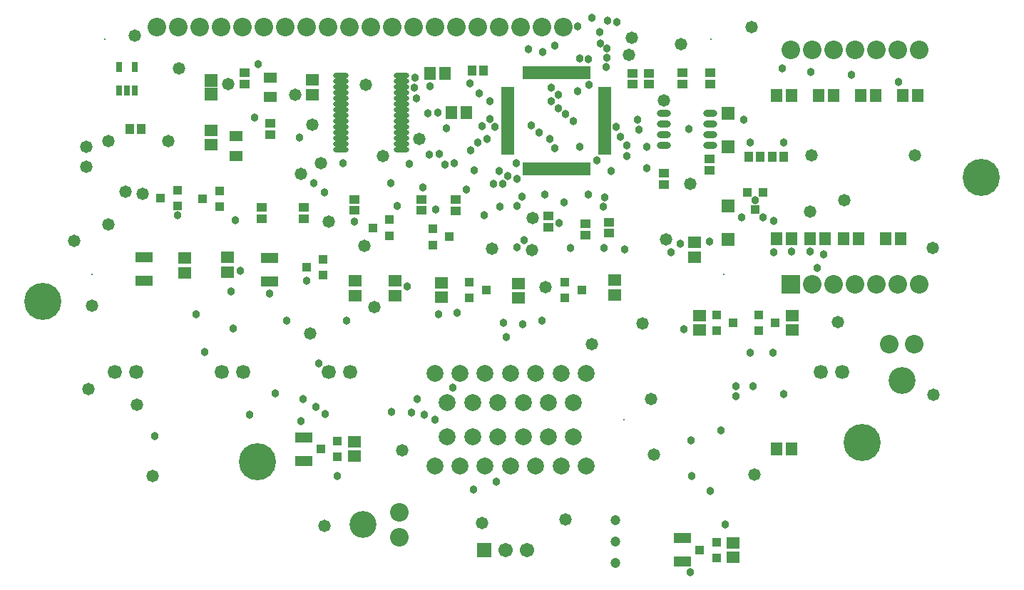
<source format=gbr>
%TF.GenerationSoftware,Altium Limited,Altium Designer,18.1.9 (240)*%
G04 Layer_Color=16711935*
%FSLAX26Y26*%
%MOIN*%
%TF.FileFunction,Soldermask,Bot*%
%TF.Part,Single*%
G01*
G75*
%TA.AperFunction,SMDPad,CuDef*%
%ADD58R,0.039496X0.043433*%
%ADD59R,0.043433X0.039496*%
%ADD60R,0.061150X0.053276*%
%ADD61O,0.065087X0.031622*%
%ADD62R,0.053276X0.061150*%
%ADD63R,0.063118X0.059181*%
%ADD64R,0.047370X0.043433*%
%ADD65R,0.045402X0.041465*%
%ADD66R,0.059181X0.051307*%
%ADD67R,0.043433X0.047370*%
%ADD68O,0.072961X0.027685*%
%ADD69R,0.031622X0.047370*%
%ADD70R,0.078866X0.047370*%
%ADD71R,0.061150X0.019811*%
%ADD72R,0.019811X0.061150*%
%ADD73R,0.041465X0.045402*%
%TA.AperFunction,ComponentPad*%
%ADD74R,0.063118X0.063118*%
%ADD75C,0.008000*%
%ADD76C,0.086740*%
%ADD77C,0.078866*%
%ADD78C,0.066268*%
%TA.AperFunction,ViaPad*%
%ADD79C,0.173354*%
%TA.AperFunction,ComponentPad*%
%ADD80C,0.126110*%
%ADD81R,0.086740X0.086740*%
%ADD82C,0.047370*%
%ADD83R,0.067055X0.067055*%
%ADD84C,0.067055*%
%TA.AperFunction,ViaPad*%
%ADD85C,0.038000*%
%ADD86C,0.058000*%
D58*
X3488189Y1358268D02*
D03*
X3525590Y1437008D02*
D03*
X3450787D02*
D03*
D59*
X905512Y1407480D02*
D03*
X984252Y1370079D02*
D03*
Y1444882D02*
D03*
X2059055Y1228740D02*
D03*
X1980315Y1266142D02*
D03*
Y1191339D02*
D03*
X3307087Y-198819D02*
D03*
Y-273622D02*
D03*
X3228347Y-236220D02*
D03*
X1779528Y1309055D02*
D03*
Y1234252D02*
D03*
X1700787Y1271653D02*
D03*
X3307087Y789370D02*
D03*
Y864173D02*
D03*
X3385827Y826772D02*
D03*
X1535433Y273622D02*
D03*
Y198819D02*
D03*
X1456693Y236220D02*
D03*
X1468504Y1124016D02*
D03*
Y1049213D02*
D03*
X1389764Y1086614D02*
D03*
X3503937Y789370D02*
D03*
Y864173D02*
D03*
X3582677Y826772D02*
D03*
X787402Y1446850D02*
D03*
Y1372047D02*
D03*
X708661Y1409449D02*
D03*
X2598425Y942913D02*
D03*
Y1017716D02*
D03*
X2677165Y980315D02*
D03*
X2152913Y942913D02*
D03*
Y1017716D02*
D03*
X2231654Y980315D02*
D03*
D60*
X944882Y1727362D02*
D03*
Y1658465D02*
D03*
X3206245Y1203740D02*
D03*
Y1134842D02*
D03*
X1417323Y1963583D02*
D03*
Y1894685D02*
D03*
X3661417Y792323D02*
D03*
Y861221D02*
D03*
X1803150Y954724D02*
D03*
Y1023622D02*
D03*
X2019685Y945866D02*
D03*
Y1014764D02*
D03*
X3228347Y792323D02*
D03*
Y861221D02*
D03*
X3385827Y-270669D02*
D03*
Y-201772D02*
D03*
X2830709Y957677D02*
D03*
Y1026575D02*
D03*
X2381890Y941929D02*
D03*
Y1010827D02*
D03*
X822835Y1060039D02*
D03*
Y1128937D02*
D03*
X1019685Y1132874D02*
D03*
Y1063976D02*
D03*
X1618110Y953740D02*
D03*
Y1022638D02*
D03*
X1614173Y201772D02*
D03*
Y270669D02*
D03*
D61*
X3276575Y1806773D02*
D03*
Y1756773D02*
D03*
Y1706773D02*
D03*
Y1656773D02*
D03*
X3062008Y1806773D02*
D03*
Y1756773D02*
D03*
Y1706773D02*
D03*
Y1656773D02*
D03*
D62*
X2136811Y1811024D02*
D03*
X2067913D02*
D03*
X3971457Y1220472D02*
D03*
X3902559D02*
D03*
X3587598Y1889764D02*
D03*
X3656496D02*
D03*
X1969488Y1992126D02*
D03*
X2038386D02*
D03*
X3587599Y236220D02*
D03*
X3656496D02*
D03*
X3813976Y1220472D02*
D03*
X3745079D02*
D03*
X3587599D02*
D03*
X3656496D02*
D03*
X4050197Y1889764D02*
D03*
X3981299D02*
D03*
X4247047D02*
D03*
X4178150D02*
D03*
X4099409Y1220472D02*
D03*
X4168307D02*
D03*
X3853347Y1889764D02*
D03*
X3784449D02*
D03*
D63*
X944882Y1960630D02*
D03*
Y1897638D02*
D03*
D64*
X2086614Y1404528D02*
D03*
Y1351378D02*
D03*
X1181102Y1312008D02*
D03*
Y1365158D02*
D03*
X1377953Y1312008D02*
D03*
Y1365158D02*
D03*
X1220472Y1758858D02*
D03*
Y1705709D02*
D03*
X1102362Y1941929D02*
D03*
Y1995079D02*
D03*
X2695147Y1237205D02*
D03*
Y1290354D02*
D03*
X2803150Y1245079D02*
D03*
Y1298228D02*
D03*
X2521417Y1272638D02*
D03*
Y1325787D02*
D03*
X3062992Y1473425D02*
D03*
Y1526575D02*
D03*
X3279528Y1941929D02*
D03*
Y1995079D02*
D03*
X3149606Y1941929D02*
D03*
Y1995079D02*
D03*
D65*
X1614173Y1403543D02*
D03*
Y1352362D02*
D03*
X1929134Y1403543D02*
D03*
Y1352362D02*
D03*
X3275591Y1592520D02*
D03*
Y1541339D02*
D03*
X2913386Y1994094D02*
D03*
Y1942913D02*
D03*
X2992126Y1994094D02*
D03*
Y1942913D02*
D03*
D66*
X1220472Y1883858D02*
D03*
Y1974409D02*
D03*
X1062992Y1698819D02*
D03*
Y1608268D02*
D03*
D67*
X2165709Y2007874D02*
D03*
X2218858D02*
D03*
X617126Y1732284D02*
D03*
X563976D02*
D03*
D68*
X1835630Y1984016D02*
D03*
Y1957401D02*
D03*
Y1930787D02*
D03*
Y1904173D02*
D03*
Y1877559D02*
D03*
Y1850945D02*
D03*
Y1824331D02*
D03*
Y1797716D02*
D03*
Y1771102D02*
D03*
Y1744488D02*
D03*
Y1717874D02*
D03*
Y1691260D02*
D03*
Y1664646D02*
D03*
Y1638031D02*
D03*
X1550197Y1984016D02*
D03*
Y1957401D02*
D03*
Y1930787D02*
D03*
Y1904173D02*
D03*
Y1877559D02*
D03*
Y1850945D02*
D03*
Y1824331D02*
D03*
Y1797716D02*
D03*
Y1771102D02*
D03*
Y1744488D02*
D03*
Y1717874D02*
D03*
Y1691260D02*
D03*
Y1664646D02*
D03*
Y1638031D02*
D03*
D69*
X588583Y1914370D02*
D03*
X551181D02*
D03*
X513780D02*
D03*
Y2022638D02*
D03*
X588583D02*
D03*
D70*
X3149606Y-291339D02*
D03*
Y-181102D02*
D03*
X1377953Y181102D02*
D03*
Y291339D02*
D03*
X629921Y1023622D02*
D03*
Y1133858D02*
D03*
X1216535Y1019685D02*
D03*
Y1129921D02*
D03*
D71*
X2785433Y1624016D02*
D03*
Y1643701D02*
D03*
Y1663386D02*
D03*
Y1683071D02*
D03*
Y1702756D02*
D03*
Y1722441D02*
D03*
Y1742126D02*
D03*
Y1761811D02*
D03*
Y1781496D02*
D03*
Y1801181D02*
D03*
Y1820866D02*
D03*
Y1840551D02*
D03*
Y1860236D02*
D03*
Y1879921D02*
D03*
Y1899606D02*
D03*
Y1919291D02*
D03*
X2332677D02*
D03*
Y1899606D02*
D03*
Y1879921D02*
D03*
Y1860236D02*
D03*
Y1840551D02*
D03*
Y1820866D02*
D03*
Y1801181D02*
D03*
Y1781496D02*
D03*
Y1761811D02*
D03*
Y1742126D02*
D03*
Y1722441D02*
D03*
Y1702756D02*
D03*
Y1683071D02*
D03*
Y1663386D02*
D03*
Y1643701D02*
D03*
Y1624016D02*
D03*
D72*
X2706693Y1998031D02*
D03*
X2687008D02*
D03*
X2667323D02*
D03*
X2647638D02*
D03*
X2627953D02*
D03*
X2608268D02*
D03*
X2588583D02*
D03*
X2568898D02*
D03*
X2549213D02*
D03*
X2529528D02*
D03*
X2509843D02*
D03*
X2490157D02*
D03*
X2470472D02*
D03*
X2450787D02*
D03*
X2431102D02*
D03*
X2411417D02*
D03*
Y1545275D02*
D03*
X2431102D02*
D03*
X2450787D02*
D03*
X2470472D02*
D03*
X2490157D02*
D03*
X2509843D02*
D03*
X2529528D02*
D03*
X2549213D02*
D03*
X2568898D02*
D03*
X2588583D02*
D03*
X2608268D02*
D03*
X2627953D02*
D03*
X2647638D02*
D03*
X2667323D02*
D03*
X2687008D02*
D03*
X2706693D02*
D03*
D73*
X3509843Y1602362D02*
D03*
X3458661D02*
D03*
X3620079D02*
D03*
X3568898D02*
D03*
D74*
X3361614Y1650394D02*
D03*
Y1374803D02*
D03*
Y1217323D02*
D03*
Y1807874D02*
D03*
D75*
X389173Y1051968D02*
D03*
X3341929D02*
D03*
X3282874Y2154331D02*
D03*
X448228D02*
D03*
X2875748Y373425D02*
D03*
D76*
X2592323Y2209449D02*
D03*
X2492323D02*
D03*
X2392323D02*
D03*
X2292323D02*
D03*
X2192323D02*
D03*
X2092323D02*
D03*
X1992323D02*
D03*
X1892323D02*
D03*
X1792323D02*
D03*
X1692323D02*
D03*
X1592323D02*
D03*
X1492323D02*
D03*
X1392323D02*
D03*
X1292323D02*
D03*
X1192323D02*
D03*
X1092323D02*
D03*
X992323D02*
D03*
X892323D02*
D03*
X792323D02*
D03*
X692323D02*
D03*
X4232283Y725197D02*
D03*
X4114173D02*
D03*
X1823622Y-177165D02*
D03*
Y-59055D02*
D03*
X3754449Y1005512D02*
D03*
X3854449D02*
D03*
X3954449D02*
D03*
X4054449D02*
D03*
X4154449D02*
D03*
X4254449D02*
D03*
Y2103937D02*
D03*
X4154449D02*
D03*
X4054449D02*
D03*
X3954449D02*
D03*
X3854449D02*
D03*
X3754449D02*
D03*
X3654449D02*
D03*
D77*
X1989921Y156890D02*
D03*
X2108032D02*
D03*
X2226142D02*
D03*
X2344252D02*
D03*
X2462362D02*
D03*
X2580472D02*
D03*
X2698583D02*
D03*
X2048976Y294685D02*
D03*
X2167087D02*
D03*
X2285197D02*
D03*
X2403307D02*
D03*
X2521417D02*
D03*
X2639528D02*
D03*
X2048976Y452165D02*
D03*
X2167087D02*
D03*
X2285197D02*
D03*
X2403307D02*
D03*
X2521417D02*
D03*
X2639528D02*
D03*
X1989921Y589961D02*
D03*
X2108032D02*
D03*
X2226142D02*
D03*
X2344252D02*
D03*
X2462362D02*
D03*
X2580472D02*
D03*
X2698583D02*
D03*
D78*
X3795984Y597362D02*
D03*
X3895984D02*
D03*
X1595984D02*
D03*
X1495984D02*
D03*
X1095984D02*
D03*
X995984D02*
D03*
X595984D02*
D03*
X495984D02*
D03*
D79*
X4543307Y1507874D02*
D03*
X1161614Y178150D02*
D03*
X158661Y928228D02*
D03*
X3987008Y266142D02*
D03*
D80*
X4173228Y555118D02*
D03*
X1653543Y-118110D02*
D03*
D81*
X3654449Y1005512D02*
D03*
D82*
X2834646Y-196850D02*
D03*
Y-96850D02*
D03*
Y-296850D02*
D03*
D83*
X2222835Y-236220D02*
D03*
D84*
X2322835D02*
D03*
X2422835D02*
D03*
D85*
X2153347Y1945433D02*
D03*
X3488621Y1398642D02*
D03*
X1476249Y1437008D02*
D03*
X2370074Y1574800D02*
D03*
X1880229Y406481D02*
D03*
X1244094Y496063D02*
D03*
X913386Y688976D02*
D03*
X3137795Y1195507D02*
D03*
X3275591Y1207399D02*
D03*
X2012796Y1615618D02*
D03*
X1814961Y1372695D02*
D03*
X1993519Y1358268D02*
D03*
X2139577Y1451526D02*
D03*
X1357072Y1692913D02*
D03*
X1149606Y1787402D02*
D03*
X1057721Y1308164D02*
D03*
X2551890Y2124685D02*
D03*
X2669286Y2062988D02*
D03*
X2429134Y2106299D02*
D03*
X2571089Y1293802D02*
D03*
X2781152Y1177483D02*
D03*
X2626142Y1178010D02*
D03*
X3476378Y531496D02*
D03*
X3620079Y492126D02*
D03*
X3346457Y-118110D02*
D03*
X3327802Y322835D02*
D03*
X3188976Y275591D02*
D03*
X3192913Y110236D02*
D03*
X3276386Y39559D02*
D03*
X3185039Y-338583D02*
D03*
X1578740Y837142D02*
D03*
X1299213D02*
D03*
X1448228Y637795D02*
D03*
X1389764Y1023622D02*
D03*
X787402Y1328740D02*
D03*
X1425197Y1480315D02*
D03*
X1082677Y1070866D02*
D03*
X2074213Y524212D02*
D03*
X2094042Y874016D02*
D03*
X1787402Y409449D02*
D03*
X1614173Y1299213D02*
D03*
X1216535Y964567D02*
D03*
X1047244Y799213D02*
D03*
X1037402Y974409D02*
D03*
X874016Y866142D02*
D03*
X1125984Y397638D02*
D03*
X3397638Y484252D02*
D03*
X1535433Y110236D02*
D03*
X3397638Y531496D02*
D03*
X3572047Y685039D02*
D03*
X3464567D02*
D03*
X2007874Y866142D02*
D03*
X1909449Y468504D02*
D03*
X1365551Y365551D02*
D03*
X1433071Y433071D02*
D03*
X1476378Y401575D02*
D03*
X1374016Y468504D02*
D03*
X2323036Y759842D02*
D03*
X2311023Y826772D02*
D03*
X2279528Y82677D02*
D03*
X2170514Y47244D02*
D03*
X1862205Y996063D02*
D03*
X1933071Y1459884D02*
D03*
X3656496Y1159449D02*
D03*
X3745079Y1158465D02*
D03*
X3177165Y1732284D02*
D03*
X3622047Y1669291D02*
D03*
X3433071Y1775591D02*
D03*
X3464567Y1669291D02*
D03*
X681102Y295276D02*
D03*
X1562992Y1574803D02*
D03*
X1956693Y1806102D02*
D03*
X2039366Y1566926D02*
D03*
X3525590Y1319354D02*
D03*
X3425197Y1321071D02*
D03*
X2400310Y818898D02*
D03*
X2492126Y836402D02*
D03*
X2814961Y1535433D02*
D03*
X2938650Y1775591D02*
D03*
X2888575Y1657480D02*
D03*
X2944882Y1728347D02*
D03*
X2980315Y1648459D02*
D03*
X2857638Y1696850D02*
D03*
X2839638Y1742126D02*
D03*
X2888575Y1607447D02*
D03*
X2980315Y1549213D02*
D03*
X3614173Y2015748D02*
D03*
X3748032Y2000756D02*
D03*
X3937008Y1988189D02*
D03*
X4157480Y1952756D02*
D03*
X2709286Y2061063D02*
D03*
X2763774Y2133854D02*
D03*
X2759843Y2185039D02*
D03*
X2799023Y2240157D02*
D03*
X2724409Y2251968D02*
D03*
X2795270Y2066925D02*
D03*
X2796069Y2109443D02*
D03*
X2712598Y1940945D02*
D03*
X2657480Y1909449D02*
D03*
X2602362Y1803150D02*
D03*
X2791339Y2023622D02*
D03*
X2494807Y2094488D02*
D03*
X2708661Y1425197D02*
D03*
X2659351Y2212598D02*
D03*
X2551932Y1641732D02*
D03*
X1783465Y1480315D02*
D03*
X2082677Y1574803D02*
D03*
X1869878Y1570866D02*
D03*
X2043307Y1736220D02*
D03*
X2157480Y1633858D02*
D03*
X2235338Y1685039D02*
D03*
X2212598Y1748032D02*
D03*
X2191339Y1669291D02*
D03*
X2173228Y1539370D02*
D03*
X3153543Y795276D02*
D03*
X3094488Y1157480D02*
D03*
X2877953Y1169291D02*
D03*
X2779528Y1370079D02*
D03*
X2783465Y1413386D02*
D03*
X2442274Y1748936D02*
D03*
X2477003Y1717913D02*
D03*
X2527559Y1687488D02*
D03*
X2271937Y1744488D02*
D03*
X2249220Y1780716D02*
D03*
X3574803Y1157480D02*
D03*
Y1302354D02*
D03*
X2503932Y1425194D02*
D03*
X2594488Y1389764D02*
D03*
X3807087Y1145669D02*
D03*
X3779528Y1082677D02*
D03*
X2374011Y1181107D02*
D03*
Y1374013D02*
D03*
X2397633Y1417320D02*
D03*
X2375399Y1500993D02*
D03*
X2409449Y1212598D02*
D03*
X2291334Y1535430D02*
D03*
X2307082Y1476375D02*
D03*
X2263780Y1476378D02*
D03*
X2331819Y1514640D02*
D03*
X1940945Y397638D02*
D03*
X2220468Y1330706D02*
D03*
X2295276Y1370079D02*
D03*
X1989921Y374016D02*
D03*
X2248032Y1862205D02*
D03*
X2669291Y1650591D02*
D03*
X2637795Y1771653D02*
D03*
X2566929Y1830709D02*
D03*
X2535433Y1862205D02*
D03*
Y1925197D02*
D03*
X1964567Y1614173D02*
D03*
X2748032Y1586614D02*
D03*
X2196850Y1899606D02*
D03*
X1968504Y1933071D02*
D03*
X1898701Y1974197D02*
D03*
X2003937Y1811024D02*
D03*
X1905512Y1877953D02*
D03*
X1896162Y1925197D02*
D03*
X1165354Y2035433D02*
D03*
X2842520Y2232284D02*
D03*
X2569370Y1893701D02*
D03*
D86*
X1406653Y777402D02*
D03*
X360748Y1557126D02*
D03*
X545276Y1439961D02*
D03*
X360748Y1649094D02*
D03*
X464567Y1287520D02*
D03*
Y1677402D02*
D03*
X1917323Y1687913D02*
D03*
X1661417Y1187109D02*
D03*
X1708661Y901575D02*
D03*
X2724409Y726517D02*
D03*
X2962199Y824961D02*
D03*
X2259370Y1172480D02*
D03*
X2507711Y992126D02*
D03*
X1494402Y1300706D02*
D03*
X1748032Y1607447D02*
D03*
X1669291Y1939449D02*
D03*
X795276Y2017409D02*
D03*
X586409Y2169291D02*
D03*
X744095Y1677165D02*
D03*
X625984Y1430276D02*
D03*
X303150Y1208661D02*
D03*
X387953Y905118D02*
D03*
X598425Y444882D02*
D03*
X370079Y515748D02*
D03*
X671009Y110236D02*
D03*
X1836510Y231449D02*
D03*
X1473267Y-122047D02*
D03*
X2599952Y-94266D02*
D03*
X2210103Y-110608D02*
D03*
X3000000Y468504D02*
D03*
X3015748Y208661D02*
D03*
X3483554Y118110D02*
D03*
X4322835Y491011D02*
D03*
X3876249Y830709D02*
D03*
X4318898Y1176489D02*
D03*
X4236221Y1610236D02*
D03*
X3744095Y1346529D02*
D03*
X3751811Y1610236D02*
D03*
X3184886Y1475493D02*
D03*
X3062992Y1866142D02*
D03*
X3471850Y2210669D02*
D03*
X3142795Y2128494D02*
D03*
X2912992Y2160709D02*
D03*
X3904508Y1398642D02*
D03*
X3070866Y1216535D02*
D03*
X2897638Y2078937D02*
D03*
X2448819Y1318280D02*
D03*
X2444882Y1165354D02*
D03*
X1417323Y1751968D02*
D03*
X1023622Y1941929D02*
D03*
X1338583Y1894685D02*
D03*
X1365158Y1522638D02*
D03*
X1456693Y1574803D02*
D03*
%TF.MD5,0d28b25f66e59a2d64f6bf143fe049b5*%
M02*

</source>
